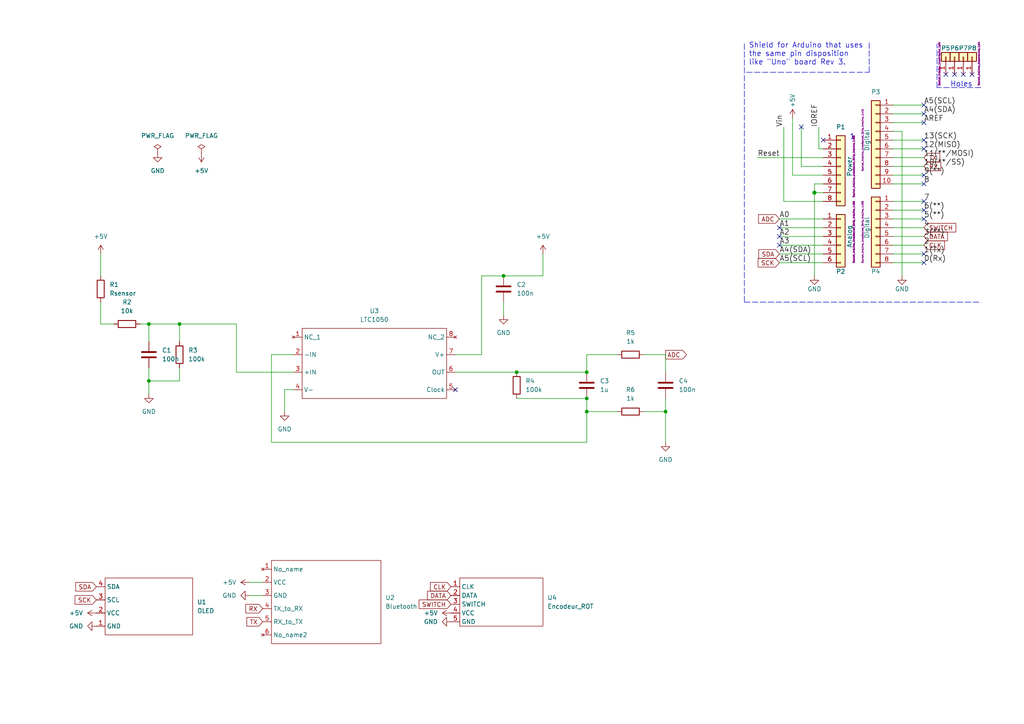
<source format=kicad_sch>
(kicad_sch (version 20211123) (generator eeschema)
  (paper "A4")
  (title_block (date "lun. 30 mars 2015"))
  (lib_symbols
    (symbol "Bluetooth_1"
      (property "Reference" "U" (at 5.08 1.27 0))
      (property "Value" "Bluetooth_1" (at -2.54 1.27 0))
      (symbol "Bluetooth_1_0_1"
        (rectangle (start -16.51 0) (end 15.24 -24.13))
      )
      (symbol "Bluetooth_1_1_1"
        (pin no_connect line (at -19.05 -2.54 0) (length 2.54) (name "No_name") (number "1"))
        (pin input line (at -19.05 -6.35 0) (length 2.54) (name "VCC") (number "2"))
        (pin unspecified line (at -19.05 -10.16 0) (length 2.54) (name "GND") (number "3"))
        (pin input line (at -19.05 -13.97 0) (length 2.54) (name "TX_to_RX") (number "4"))
        (pin input line (at -19.05 -17.78 0) (length 2.54) (name "RX_to_TX") (number "5"))
        (pin no_connect line (at -19.05 -21.59 0) (length 2.54) (name "No_name2") (number "6"))
      )
    )
    (symbol "Connector_Generic:Conn_01x01" (pin_names (offset 1.016) hide)
      (property "Reference" "J" (at 0 2.54 0))
      (property "Value" "Conn_01x01" (at 0 -2.54 0))
      (symbol "Conn_01x01_1_1"
        (rectangle (start -1.27 0.127) (end 0 -0.127) (stroke (width 0.1524)))
        (rectangle (start -1.27 1.27) (end 1.27 -1.27) (stroke (width 0.254)) (fill (type background)))
        (pin passive line (at -5.08 0 0) (length 3.81) (name "Pin_1") (number "1"))
      )
    )
    (symbol "Connector_Generic:Conn_01x06" (pin_names (offset 1.016) hide)
      (property "Reference" "J" (at 0 7.62 0))
      (property "Value" "Conn_01x06" (at 0 -10.16 0))
      (symbol "Conn_01x06_1_1"
        (rectangle (start -1.27 -7.493) (end 0 -7.747) (stroke (width 0.1524)))
        (rectangle (start -1.27 -4.953) (end 0 -5.207) (stroke (width 0.1524)))
        (rectangle (start -1.27 -2.413) (end 0 -2.667) (stroke (width 0.1524)))
        (rectangle (start -1.27 0.127) (end 0 -0.127) (stroke (width 0.1524)))
        (rectangle (start -1.27 2.667) (end 0 2.413) (stroke (width 0.1524)))
        (rectangle (start -1.27 5.207) (end 0 4.953) (stroke (width 0.1524)))
        (rectangle (start -1.27 6.35) (end 1.27 -8.89) (stroke (width 0.254)) (fill (type background)))
        (pin passive line (at -5.08 5.08 0) (length 3.81) (name "Pin_1") (number "1"))
        (pin passive line (at -5.08 2.54 0) (length 3.81) (name "Pin_2") (number "2"))
        (pin passive line (at -5.08 0 0) (length 3.81) (name "Pin_3") (number "3"))
        (pin passive line (at -5.08 -2.54 0) (length 3.81) (name "Pin_4") (number "4"))
        (pin passive line (at -5.08 -5.08 0) (length 3.81) (name "Pin_5") (number "5"))
        (pin passive line (at -5.08 -7.62 0) (length 3.81) (name "Pin_6") (number "6"))
      )
    )
    (symbol "Connector_Generic:Conn_01x08" (pin_names (offset 1.016) hide)
      (property "Reference" "J" (at 0 10.16 0))
      (property "Value" "Conn_01x08" (at 0 -12.7 0))
      (symbol "Conn_01x08_1_1"
        (rectangle (start -1.27 -10.033) (end 0 -10.287) (stroke (width 0.1524)))
        (rectangle (start -1.27 -7.493) (end 0 -7.747) (stroke (width 0.1524)))
        (rectangle (start -1.27 -4.953) (end 0 -5.207) (stroke (width 0.1524)))
        (rectangle (start -1.27 -2.413) (end 0 -2.667) (stroke (width 0.1524)))
        (rectangle (start -1.27 0.127) (end 0 -0.127) (stroke (width 0.1524)))
        (rectangle (start -1.27 2.667) (end 0 2.413) (stroke (width 0.1524)))
        (rectangle (start -1.27 5.207) (end 0 4.953) (stroke (width 0.1524)))
        (rectangle (start -1.27 7.747) (end 0 7.493) (stroke (width 0.1524)))
        (rectangle (start -1.27 8.89) (end 1.27 -11.43) (stroke (width 0.254)) (fill (type background)))
        (pin passive line (at -5.08 7.62 0) (length 3.81) (name "Pin_1") (number "1"))
        (pin passive line (at -5.08 5.08 0) (length 3.81) (name "Pin_2") (number "2"))
        (pin passive line (at -5.08 2.54 0) (length 3.81) (name "Pin_3") (number "3"))
        (pin passive line (at -5.08 0 0) (length 3.81) (name "Pin_4") (number "4"))
        (pin passive line (at -5.08 -2.54 0) (length 3.81) (name "Pin_5") (number "5"))
        (pin passive line (at -5.08 -5.08 0) (length 3.81) (name "Pin_6") (number "6"))
        (pin passive line (at -5.08 -7.62 0) (length 3.81) (name "Pin_7") (number "7"))
        (pin passive line (at -5.08 -10.16 0) (length 3.81) (name "Pin_8") (number "8"))
      )
    )
    (symbol "Connector_Generic:Conn_01x10" (pin_names (offset 1.016) hide)
      (property "Reference" "J" (at 0 12.7 0))
      (property "Value" "Conn_01x10" (at 0 -15.24 0))
      (symbol "Conn_01x10_1_1"
        (rectangle (start -1.27 -12.573) (end 0 -12.827) (stroke (width 0.1524)))
        (rectangle (start -1.27 -10.033) (end 0 -10.287) (stroke (width 0.1524)))
        (rectangle (start -1.27 -7.493) (end 0 -7.747) (stroke (width 0.1524)))
        (rectangle (start -1.27 -4.953) (end 0 -5.207) (stroke (width 0.1524)))
        (rectangle (start -1.27 -2.413) (end 0 -2.667) (stroke (width 0.1524)))
        (rectangle (start -1.27 0.127) (end 0 -0.127) (stroke (width 0.1524)))
        (rectangle (start -1.27 2.667) (end 0 2.413) (stroke (width 0.1524)))
        (rectangle (start -1.27 5.207) (end 0 4.953) (stroke (width 0.1524)))
        (rectangle (start -1.27 7.747) (end 0 7.493) (stroke (width 0.1524)))
        (rectangle (start -1.27 10.287) (end 0 10.033) (stroke (width 0.1524)))
        (rectangle (start -1.27 11.43) (end 1.27 -13.97) (stroke (width 0.254)) (fill (type background)))
        (pin passive line (at -5.08 10.16 0) (length 3.81) (name "Pin_1") (number "1"))
        (pin passive line (at -5.08 -12.7 0) (length 3.81) (name "Pin_10") (number "10"))
        (pin passive line (at -5.08 7.62 0) (length 3.81) (name "Pin_2") (number "2"))
        (pin passive line (at -5.08 5.08 0) (length 3.81) (name "Pin_3") (number "3"))
        (pin passive line (at -5.08 2.54 0) (length 3.81) (name "Pin_4") (number "4"))
        (pin passive line (at -5.08 0 0) (length 3.81) (name "Pin_5") (number "5"))
        (pin passive line (at -5.08 -2.54 0) (length 3.81) (name "Pin_6") (number "6"))
        (pin passive line (at -5.08 -5.08 0) (length 3.81) (name "Pin_7") (number "7"))
        (pin passive line (at -5.08 -7.62 0) (length 3.81) (name "Pin_8") (number "8"))
        (pin passive line (at -5.08 -10.16 0) (length 3.81) (name "Pin_9") (number "9"))
      )
    )
    (symbol "Device:C" (pin_numbers hide) (pin_names (offset 0.254))
      (property "Reference" "C" (at 0.635 2.54 0))
      (property "Value" "C" (at 0.635 -2.54 0))
      (symbol "C_0_1"
        (polyline (pts (xy -2.032 -0.762) (xy 2.032 -0.762)) (stroke (width 0.508)))
        (polyline (pts (xy -2.032 0.762) (xy 2.032 0.762)) (stroke (width 0.508)))
      )
      (symbol "C_1_1"
        (pin passive line (at 0 3.81 270) (length 2.794) (name "~") (number "1"))
        (pin passive line (at 0 -3.81 90) (length 2.794) (name "~") (number "2"))
      )
    )
    (symbol "Device:R" (pin_numbers hide) (pin_names (offset 0))
      (property "Reference" "R" (at 2.032 0 90))
      (property "Value" "R" (at 0 0 90))
      (symbol "R_0_1"
        (rectangle (start -1.016 -2.54) (end 1.016 2.54) (stroke (width 0.254)))
      )
      (symbol "R_1_1"
        (pin passive line (at 0 3.81 270) (length 1.27) (name "~") (number "1"))
        (pin passive line (at 0 -3.81 90) (length 1.27) (name "~") (number "2"))
      )
    )
    (symbol "LTC1050_1"
      (property "Reference" "U" (at 0 0 0))
      (property "Value" "LTC1050_1" (at 0 0 0))
      (symbol "LTC1050_1_0_1"
        (rectangle (start -13.97 -3.81) (end 27.94 -24.13))
      )
      (symbol "LTC1050_1_1_1"
        (pin no_connect line (at -16.51 -6.35 0) (length 2.54) (name "NC_1") (number "1"))
        (pin input line (at -16.51 -11.43 0) (length 2.54) (name "-IN") (number "2"))
        (pin input line (at -16.51 -16.51 0) (length 2.54) (name "+IN") (number "3"))
        (pin unspecified line (at -16.51 -21.59 0) (length 2.54) (name "V-") (number "4"))
        (pin no_connect line (at 30.48 -21.59 180) (length 2.54) (name "Clock") (number "5"))
        (pin output line (at 30.48 -16.51 180) (length 2.54) (name "OUT") (number "6"))
        (pin input line (at 30.48 -11.43 180) (length 2.54) (name "V+") (number "7"))
        (pin no_connect line (at 30.48 -6.35 180) (length 2.54) (name "NC_2") (number "8"))
      )
    )
    (symbol "OLED_1"
      (property "Reference" "U" (at 2.54 -3.81 0))
      (property "Value" "OLED_1" (at 10.16 -3.81 0))
      (symbol "OLED_1_0_1"
        (rectangle (start -5.08 -6.35) (end 20.32 -22.86))
      )
      (symbol "OLED_1_1_1"
        (pin unspecified line (at -7.62 -20.32 0) (length 2.54) (name "GND") (number "1"))
        (pin input line (at -7.62 -16.51 0) (length 2.54) (name "VCC") (number "2"))
        (pin input line (at -7.62 -12.7 0) (length 2.54) (name "SCL") (number "3"))
        (pin input line (at -7.62 -8.89 0) (length 2.54) (name "SDA") (number "4"))
      )
    )
    (symbol "Rotatoir:Encodeur_ROT"
      (property "Reference" "U" (at 0 0 0))
      (property "Value" "Encodeur_ROT" (at 0 2.54 0))
      (symbol "Encodeur_ROT_0_1"
        (rectangle (start -11.43 -1.27) (end -11.43 -1.27))
        (rectangle (start -11.43 -1.27) (end 12.7 -15.24))
      )
      (symbol "Encodeur_ROT_1_1"
        (pin input line (at -13.97 -3.81 0) (length 2.54) (name "CLK") (number "1"))
        (pin input line (at -13.97 -6.35 0) (length 2.54) (name "DATA") (number "2"))
        (pin input line (at -13.97 -8.89 0) (length 2.54) (name "SWITCH") (number "3"))
        (pin input line (at -13.97 -11.43 0) (length 2.54) (name "VCC") (number "4"))
        (pin unspecified line (at -13.97 -13.97 0) (length 2.54) (name "GND") (number "5"))
      )
    )
    (symbol "power:+5V" (power) (pin_names (offset 0))
      (property "Value" "+5V" (at 0 3.556 0))
      (symbol "+5V_0_1"
        (polyline (pts (xy -0.762 1.27) (xy 0 2.54)))
        (polyline (pts (xy 0 0) (xy 0 2.54)))
        (polyline (pts (xy 0 2.54) (xy 0.762 1.27)))
      )
      (symbol "+5V_1_1"
        (pin power_in line (at 0 0 90) (length 0) hide (name "+5V") (number "1"))
      )
    )
    (symbol "power:GND" (power) (pin_names (offset 0))
      (property "Value" "GND" (at 0 -3.81 0))
      (symbol "GND_0_1"
        (polyline (pts (xy 0 0) (xy 0 -1.27) (xy 1.27 -1.27) (xy 0 -2.54) (xy -1.27 -1.27) (xy 0 -1.27)))
      )
      (symbol "GND_1_1"
        (pin power_in line (at 0 0 270) (length 0) hide (name "GND") (number "1"))
      )
    )
    (symbol "power:PWR_FLAG" (power) (pin_numbers hide) (pin_names (offset 0) hide)
      (property "Value" "PWR_FLAG" (at 0 3.81 0))
      (symbol "PWR_FLAG_0_0"
        (pin power_out line (at 0 0 90) (length 0) (name "pwr") (number "1"))
      )
      (symbol "PWR_FLAG_0_1"
        (polyline (pts (xy 0 0) (xy 0 1.27) (xy -1.016 1.905) (xy 0 2.54) (xy 1.016 1.905) (xy 0 1.27)))
      )
    )
  )
  (junction (at 193.04 119.38))
  (junction (at 52.07 93.98))
  (junction (at 149.86 107.95))
  (junction (at 170.18 119.38))
  (junction (at 236.22 55.88) (diameter 1.016))
  (junction (at 170.18 107.95))
  (junction (at 146.05 80.01))
  (junction (at 170.18 115.57))
  (junction (at 43.18 93.98))
  (junction (at 43.18 110.49))
  (no_connect (at 279.4 21.59))
  (no_connect (at 274.32 21.59))
  (no_connect (at 132.08 113.03))
  (no_connect (at 276.86 21.59))
  (no_connect (at 281.94 21.59))
  (no_connect (at 238.76 40.64))
  (no_connect (at 267.97 63.5))
  (no_connect (at 232.41 36.83))
  (no_connect (at 226.06 71.12))
  (no_connect (at 226.06 68.58))
  (no_connect (at 226.06 66.04))
  (no_connect (at 267.97 30.48))
  (no_connect (at 267.97 43.18))
  (no_connect (at 267.97 33.02))
  (no_connect (at 267.97 35.56))
  (no_connect (at 267.97 40.64))
  (no_connect (at 267.97 50.8))
  (no_connect (at 267.97 60.96))
  (no_connect (at 267.97 76.2))
  (no_connect (at 267.97 73.66))
  (no_connect (at 267.97 58.42))
  (no_connect (at 267.97 53.34))
  (wire (pts (xy 72.39 168.91) (xy 76.2 168.91)))
  (wire (pts (xy 186.69 102.87) (xy 193.04 102.87)))
  (wire (pts (xy 193.04 119.38) (xy 193.04 128.27)))
  (wire (pts (xy 238.76 48.26) (xy 232.41 48.26)))
  (wire (pts (xy 238.76 71.12) (xy 226.06 71.12)))
  (wire (pts (xy 52.07 93.98) (xy 68.58 93.98)))
  (polyline (pts (xy 252.095 20.955) (xy 252.095 12.065)) (stroke (width 0) (type dash)))
  (wire (pts (xy 78.74 128.27) (xy 78.74 102.87)))
  (wire (pts (xy 132.08 102.87) (xy 139.7 102.87)))
  (wire (pts (xy 259.08 63.5) (xy 267.97 63.5)))
  (wire (pts (xy 179.07 119.38) (xy 170.18 119.38)))
  (wire (pts (xy 29.21 87.63) (xy 29.21 93.98)))
  (wire (pts (xy 82.55 113.03) (xy 82.55 119.38)))
  (wire (pts (xy 193.04 119.38) (xy 193.04 115.57)))
  (wire (pts (xy 236.22 53.34) (xy 236.22 55.88)))
  (wire (pts (xy 139.7 102.87) (xy 139.7 80.01)))
  (wire (pts (xy 259.08 43.18) (xy 267.97 43.18)))
  (wire (pts (xy 72.39 172.72) (xy 76.2 172.72)))
  (wire (pts (xy 261.62 38.1) (xy 261.62 80.01)))
  (wire (pts (xy 238.76 53.34) (xy 236.22 53.34)))
  (wire (pts (xy 259.08 53.34) (xy 267.97 53.34)))
  (wire (pts (xy 237.49 43.18) (xy 238.76 43.18)))
  (wire (pts (xy 238.76 50.8) (xy 229.87 50.8)))
  (wire (pts (xy 43.18 93.98) (xy 52.07 93.98)))
  (wire (pts (xy 33.02 93.98) (xy 29.21 93.98)))
  (wire (pts (xy 259.08 40.64) (xy 267.97 40.64)))
  (wire (pts (xy 170.18 128.27) (xy 78.74 128.27)))
  (wire (pts (xy 259.08 58.42) (xy 267.97 58.42)))
  (wire (pts (xy 238.76 66.04) (xy 226.06 66.04)))
  (wire (pts (xy 43.18 106.68) (xy 43.18 110.49)))
  (wire (pts (xy 259.08 30.48) (xy 267.97 30.48)))
  (wire (pts (xy 149.86 115.57) (xy 170.18 115.57)))
  (wire (pts (xy 170.18 119.38) (xy 170.18 128.27)))
  (wire (pts (xy 43.18 93.98) (xy 43.18 99.06)))
  (wire (pts (xy 78.74 102.87) (xy 85.09 102.87)))
  (wire (pts (xy 149.86 107.95) (xy 170.18 107.95)))
  (wire (pts (xy 259.08 71.12) (xy 267.97 71.12)))
  (wire (pts (xy 85.09 113.03) (xy 82.55 113.03)))
  (wire (pts (xy 170.18 119.38) (xy 170.18 115.57)))
  (wire (pts (xy 238.76 58.42) (xy 227.33 58.42)))
  (wire (pts (xy 146.05 87.63) (xy 146.05 91.44)))
  (wire (pts (xy 85.09 107.95) (xy 68.58 107.95)))
  (wire (pts (xy 193.04 102.87) (xy 193.04 107.95)))
  (wire (pts (xy 238.76 63.5) (xy 226.06 63.5)))
  (wire (pts (xy 132.08 107.95) (xy 149.86 107.95)))
  (wire (pts (xy 259.08 45.72) (xy 267.97 45.72)))
  (wire (pts (xy 238.76 73.66) (xy 226.06 73.66)))
  (polyline (pts (xy 284.48 25.4) (xy 271.78 25.4)) (stroke (width 0) (type dash)))
  (wire (pts (xy 238.76 45.72) (xy 219.71 45.72)))
  (wire (pts (xy 259.08 38.1) (xy 261.62 38.1)))
  (wire (pts (xy 238.76 55.88) (xy 236.22 55.88)))
  (wire (pts (xy 52.07 106.68) (xy 52.07 110.49)))
  (wire (pts (xy 259.08 50.8) (xy 267.97 50.8)))
  (wire (pts (xy 179.07 102.87) (xy 170.18 102.87)))
  (wire (pts (xy 236.22 55.88) (xy 236.22 80.01)))
  (wire (pts (xy 227.33 58.42) (xy 227.33 36.83)))
  (polyline (pts (xy 215.9 87.63) (xy 284.48 87.63)) (stroke (width 0) (type dash)))
  (wire (pts (xy 259.08 68.58) (xy 267.97 68.58)))
  (wire (pts (xy 238.76 76.2) (xy 226.06 76.2)))
  (wire (pts (xy 146.05 80.01) (xy 157.48 80.01)))
  (wire (pts (xy 170.18 102.87) (xy 170.18 107.95)))
  (wire (pts (xy 259.08 73.66) (xy 267.97 73.66)))
  (polyline (pts (xy 271.78 25.4) (xy 271.78 12.7)) (stroke (width 0) (type dash)))
  (wire (pts (xy 52.07 93.98) (xy 52.07 99.06)))
  (wire (pts (xy 259.08 60.96) (xy 267.97 60.96)))
  (wire (pts (xy 29.21 73.66) (xy 29.21 80.01)))
  (wire (pts (xy 229.87 50.8) (xy 229.87 34.29)))
  (wire (pts (xy 259.08 33.02) (xy 267.97 33.02)))
  (wire (pts (xy 186.69 119.38) (xy 193.04 119.38)))
  (wire (pts (xy 259.08 66.04) (xy 267.97 66.04)))
  (wire (pts (xy 259.08 35.56) (xy 267.97 35.56)))
  (wire (pts (xy 157.48 73.66) (xy 157.48 80.01)))
  (polyline (pts (xy 215.9 12.7) (xy 215.9 87.63)) (stroke (width 0) (type dash)))
  (wire (pts (xy 43.18 110.49) (xy 43.18 114.3)))
  (wire (pts (xy 43.18 110.49) (xy 52.07 110.49)))
  (wire (pts (xy 232.41 48.26) (xy 232.41 36.83)))
  (wire (pts (xy 237.49 36.83) (xy 237.49 43.18)))
  (wire (pts (xy 139.7 80.01) (xy 146.05 80.01)))
  (wire (pts (xy 259.08 76.2) (xy 267.97 76.2)))
  (wire (pts (xy 259.08 48.26) (xy 267.97 48.26)))
  (wire (pts (xy 68.58 107.95) (xy 68.58 93.98)))
  (wire (pts (xy 40.64 93.98) (xy 43.18 93.98)))
  (wire (pts (xy 238.76 68.58) (xy 226.06 68.58)))
  (polyline (pts (xy 216.535 20.955) (xy 252.095 20.955)) (stroke (width 0) (type dash)))
  (text "Holes" (at 275.59 25.4 0) (effects (font (size 1.524 1.524)) (justify left bottom)))
  (text "Shield for Arduino that uses\nthe same pin disposition\nlike \"Uno\" board Rev 3." (at 217.17 19.05 0) (effects (font (size 1.524 1.524)) (justify left bottom)))
  (text "1" (at 246.38 40.64 0) (effects (font (size 1.524 1.524)) (justify left bottom)))
  (label "Vin" (at 227.33 36.83 90) (effects (font (size 1.524 1.524))))
  (label "0(Rx)" (at 267.97 76.2 0) (effects (font (size 1.524 1.524))))
  (label "A4(SDA)" (at 226.06 73.66 0) (effects (font (size 1.524 1.524))))
  (label "4" (at 267.97 66.04 0) (effects (font (size 1.524 1.524))))
  (label "5(**)" (at 267.97 63.5 0) (effects (font (size 1.524 1.524))))
  (label "A2" (at 226.06 68.58 0) (effects (font (size 1.524 1.524))))
  (label "A5(SCL)" (at 226.06 76.2 0) (effects (font (size 1.524 1.524))))
  (label "A0" (at 226.06 63.5 0) (effects (font (size 1.524 1.524))))
  (label "A1" (at 226.06 66.04 0) (effects (font (size 1.524 1.524))))
  (label "10(**/SS)" (at 267.97 48.26 0) (effects (font (size 1.524 1.524))))
  (label "13(SCK)" (at 267.97 40.64 0) (effects (font (size 1.524 1.524))))
  (label "7" (at 267.97 58.42 0) (effects (font (size 1.524 1.524))))
  (label "A4(SDA)" (at 267.97 33.02 0) (effects (font (size 1.524 1.524))))
  (label "A3" (at 226.06 71.12 0) (effects (font (size 1.524 1.524))))
  (label "Reset" (at 219.71 45.72 0) (effects (font (size 1.524 1.524))))
  (label "2" (at 267.97 71.12 0) (effects (font (size 1.524 1.524))))
  (label "12(MISO)" (at 267.97 43.18 0) (effects (font (size 1.524 1.524))))
  (label "3(**)" (at 267.97 68.58 0) (effects (font (size 1.524 1.524))))
  (label "9(**)" (at 267.97 50.8 0) (effects (font (size 1.524 1.524))))
  (label "8" (at 267.97 53.34 0) (effects (font (size 1.524 1.524))))
  (label "A5(SCL)" (at 267.97 30.48 0) (effects (font (size 1.524 1.524))))
  (label "IOREF" (at 237.49 36.83 90) (effects (font (size 1.524 1.524))))
  (label "AREF" (at 267.97 35.56 0) (effects (font (size 1.524 1.524))))
  (label "11(**/MOSI)" (at 267.97 45.72 0) (effects (font (size 1.524 1.524))))
  (label "1(Tx)" (at 267.97 73.66 0) (effects (font (size 1.524 1.524))))
  (label "6(**)" (at 267.97 60.96 0) (effects (font (size 1.524 1.524))))
  (global_label "RX" (shape input) (at 76.2 176.53 180) (property "Intersheet References" "${INTERSHEET_REFS}" (effects hide)))
  (global_label "SWITCH" (shape input) (at 130.81 175.26 180) (property "Intersheet References" "${INTERSHEET_REFS}" (effects hide)))
  (global_label "SDA" (shape input) (at 27.94 170.18 180) (property "Intersheet References" "${INTERSHEET_REFS}" (effects hide)))
  (global_label "CLK" (shape input) (at 130.81 170.18 180) (property "Intersheet References" "${INTERSHEET_REFS}" (effects hide)))
  (global_label "SCK" (shape input) (at 27.94 173.99 180) (property "Intersheet References" "${INTERSHEET_REFS}" (effects hide)))
  (global_label "SCK" (shape input) (at 226.06 76.2 180) (property "Intersheet References" "${INTERSHEET_REFS}" (effects hide)))
  (global_label "TX" (shape input) (at 267.97 45.72 0) (property "Intersheet References" "${INTERSHEET_REFS}" (effects hide)))
  (global_label "ADC" (shape input) (at 226.06 63.5 180) (property "Intersheet References" "${INTERSHEET_REFS}" (effects hide)))
  (global_label "CLK" (shape input) (at 267.97 71.12 0) (property "Intersheet References" "${INTERSHEET_REFS}" (effects hide)))
  (global_label "SDA" (shape input) (at 226.06 73.66 180) (property "Intersheet References" "${INTERSHEET_REFS}" (effects hide)))
  (global_label "RX" (shape input) (at 267.97 48.26 0) (property "Intersheet References" "${INTERSHEET_REFS}" (effects hide)))
  (global_label "DATA" (shape input) (at 130.81 172.72 180) (property "Intersheet References" "${INTERSHEET_REFS}" (effects hide)))
  (global_label "ADC" (shape output) (at 193.04 102.87 0) (property "Intersheet References" "${INTERSHEET_REFS}" (effects hide)))
  (global_label "TX" (shape input) (at 76.2 180.34 180) (property "Intersheet References" "${INTERSHEET_REFS}" (effects hide)))
  (global_label "DATA" (shape input) (at 267.97 68.58 0) (property "Intersheet References" "${INTERSHEET_REFS}" (effects hide)))
  (global_label "SWITCH" (shape input) (at 267.97 66.04 0) (property "Intersheet References" "${INTERSHEET_REFS}" (effects hide)))
  (symbol (lib_id "Connector_Generic:Conn_01x08") (at 243.84 48.26 0) (unit 1)
    (property "Reference" "P1" (at 243.84 36.83 0))
    (property "Value" "Power" (at 246.38 48.26 90))
    (property "Footprint" "Socket_Arduino_Uno:Socket_Strip_Arduino_1x08" (at 247.65 48.26 90) (effects (font (size 0.508 0.508))))
  )
  (symbol (lib_id "power:+5V") (at 229.87 34.29 0) (unit 1)
    (property "Reference" "#PWR02" (effects hide))
    (property "Value" "+5V" (at 229.87 29.21 90))
  )
  (symbol (lib_id "power:GND") (at 236.22 80.01 0) (unit 1)
    (property "Reference" "#PWR03" (effects hide))
    (property "Value" "GND" (at 236.22 83.82 0))
  )
  (symbol (lib_id "power:GND") (at 261.62 80.01 0) (unit 1)
    (property "Reference" "#PWR04" (effects hide))
    (property "Value" "GND" (at 261.62 83.82 0))
  )
  (symbol (lib_id "Connector_Generic:Conn_01x06") (at 243.84 68.58 0) (unit 1)
    (property "Reference" "P2" (at 243.84 78.74 0))
    (property "Value" "Analog" (at 246.38 68.58 90))
    (property "Footprint" "Socket_Arduino_Uno:Socket_Strip_Arduino_1x06" (at 247.65 67.31 90) (effects (font (size 0.508 0.508))))
  )
  (symbol (lib_id "Connector_Generic:Conn_01x01") (at 274.32 16.51 90) (unit 1)
    (property "Reference" "P5" (at 274.32 13.97 90))
    (property "Value" "CONN_01X01" (effects hide))
    (property "Footprint" "Socket_Arduino_Uno:Arduino_1pin" (at 272.4404 18.5166 0) (effects (font (size 0.508 0.508))))
  )
  (symbol (lib_id "Connector_Generic:Conn_01x01") (at 276.86 16.51 90) (unit 1)
    (property "Reference" "P6" (at 276.86 13.97 90))
    (property "Value" "CONN_01X01" (effects hide))
    (property "Footprint" "Socket_Arduino_Uno:Arduino_1pin" (effects hide))
  )
  (symbol (lib_id "Connector_Generic:Conn_01x01") (at 279.4 16.51 90) (unit 1)
    (property "Reference" "P7" (at 279.4 13.97 90))
    (property "Value" "CONN_01X01" (effects hide))
    (property "Footprint" "Socket_Arduino_Uno:Arduino_1pin" (effects hide))
  )
  (symbol (lib_id "Connector_Generic:Conn_01x01") (at 281.94 16.51 90) (unit 1)
    (property "Reference" "P8" (at 281.94 13.97 90))
    (property "Value" "CONN_01X01" (effects hide))
    (property "Footprint" "Socket_Arduino_Uno:Arduino_1pin" (at 283.9212 18.4404 0) (effects (font (size 0.508 0.508))))
  )
  (symbol (lib_id "Connector_Generic:Conn_01x08") (at 254 66.04 0) (mirror y) (unit 1)
    (property "Reference" "P4" (at 254 78.74 0))
    (property "Value" "Digital" (at 251.46 66.04 90))
    (property "Footprint" "Socket_Arduino_Uno:Socket_Strip_Arduino_1x08" (at 250.19 67.31 90) (effects (font (size 0.508 0.508))))
  )
  (symbol (lib_id "Connector_Generic:Conn_01x10") (at 254 40.64 0) (mirror y) (unit 1)
    (property "Reference" "P3" (at 254 26.67 0))
    (property "Value" "Digital" (at 251.46 40.64 90))
    (property "Footprint" "Socket_Arduino_Uno:Socket_Strip_Arduino_1x10" (at 250.19 40.64 90) (effects (font (size 0.508 0.508))))
  )
  (symbol (lib_id "Device:C") (at 146.05 83.82 0) (unit 1)
    (property "Reference" "C2" (at 149.86 82.5499 0) (effects (justify left)))
    (property "Value" "100n" (at 149.86 85.0899 0) (effects (justify left)))
    (property "Footprint" "Capacitor_THT:C_Disc_D7.5mm_W5.0mm_P5.00mm" (effects hide))
  )
  (symbol (lib_id "Device:R") (at 29.21 83.82 0) (unit 1)
    (property "Reference" "R1" (at 31.75 82.5499 0) (effects (justify left)))
    (property "Value" "Rsensor" (at 31.75 85.0899 0) (effects (justify left)))
    (property "Footprint" "Resistor_THT:R_Axial_DIN0204_L3.6mm_D1.6mm_P7.62mm_Horizontal" (effects hide))
  )
  (symbol (lib_id "power:+5V") (at 29.21 73.66 0) (unit 1)
    (property "Reference" "#PWR07" (effects hide))
    (property "Value" "+5V" (at 29.21 68.58 0))
  )
  (symbol (lib_id "Device:C") (at 170.18 111.76 0) (unit 1)
    (property "Reference" "C3" (at 173.99 110.4899 0) (effects (justify left)))
    (property "Value" "1u" (at 173.99 113.0299 0) (effects (justify left)))
    (property "Footprint" "Capacitor_THT:C_Disc_D7.5mm_W5.0mm_P5.00mm" (effects hide))
  )
  (symbol (lib_id "power:+5V") (at 27.94 177.8 90) (unit 1)
    (property "Reference" "#PWR05" (effects hide))
    (property "Value" "+5V" (at 24.13 177.7999 90) (effects (justify left)))
  )
  (symbol (lib_id "power:GND") (at 193.04 128.27 0) (unit 1)
    (property "Reference" "#PWR016" (effects hide))
    (property "Value" "GND" (at 193.04 133.35 0))
  )
  (symbol (lib_name "LTC1050_1") (lib_id "ShieldLibrairie:LTC1050") (at 101.6 91.44 0) (unit 1)
    (property "Reference" "U3" (at 108.585 90.17 0))
    (property "Value" "LTC1050" (at 108.585 92.71 0))
    (property "Footprint" "Shield_Mosh:LTC1050" (effects hide))
  )
  (symbol (lib_id "power:GND") (at 43.18 114.3 0) (unit 1)
    (property "Reference" "#PWR08" (effects hide))
    (property "Value" "GND" (at 43.18 119.38 0))
  )
  (symbol (lib_id "power:GND") (at 146.05 91.44 0) (unit 1)
    (property "Reference" "#PWR014" (effects hide))
    (property "Value" "GND" (at 146.05 96.52 0))
  )
  (symbol (lib_id "power:+5V") (at 72.39 168.91 90) (unit 1)
    (property "Reference" "#PWR09" (effects hide))
    (property "Value" "+5V" (at 68.58 168.9099 90) (effects (justify left)))
  )
  (symbol (lib_id "power:GND") (at 72.39 172.72 270) (unit 1)
    (property "Reference" "#PWR010" (effects hide))
    (property "Value" "GND" (at 68.58 172.7199 90) (effects (justify right)))
  )
  (symbol (lib_id "Device:C") (at 43.18 102.87 0) (unit 1)
    (property "Reference" "C1" (at 46.99 101.5999 0) (effects (justify left)))
    (property "Value" "100n" (at 46.99 104.1399 0) (effects (justify left)))
    (property "Footprint" "Capacitor_THT:C_Disc_D7.5mm_W5.0mm_P5.00mm" (effects hide))
  )
  (symbol (lib_id "power:GND") (at 27.94 181.61 270) (unit 1)
    (property "Reference" "#PWR0102" (effects hide))
    (property "Value" "GND" (at 24.13 181.6099 90) (effects (justify right)))
  )
  (symbol (lib_id "power:GND") (at 82.55 119.38 0) (unit 1)
    (property "Reference" "#PWR011" (effects hide))
    (property "Value" "GND" (at 82.55 124.46 0))
  )
  (symbol (lib_id "Device:R") (at 149.86 111.76 0) (unit 1)
    (property "Reference" "R4" (at 152.4 110.4899 0) (effects (justify left)))
    (property "Value" "100k" (at 152.4 113.0299 0) (effects (justify left)))
    (property "Footprint" "Resistor_THT:R_Axial_DIN0204_L3.6mm_D1.6mm_P7.62mm_Horizontal" (effects hide))
  )
  (symbol (lib_id "power:+5V") (at 157.48 73.66 0) (unit 1)
    (property "Reference" "#PWR015" (effects hide))
    (property "Value" "+5V" (at 157.48 68.58 0))
  )
  (symbol (lib_id "Device:R") (at 52.07 102.87 0) (unit 1)
    (property "Reference" "R3" (at 54.61 101.5999 0) (effects (justify left)))
    (property "Value" "100k" (at 54.61 104.1399 0) (effects (justify left)))
    (property "Footprint" "Resistor_THT:R_Axial_DIN0204_L3.6mm_D1.6mm_P7.62mm_Horizontal" (effects hide))
  )
  (symbol (lib_id "Device:R") (at 182.88 102.87 90) (unit 1)
    (property "Reference" "R5" (at 182.88 96.52 90))
    (property "Value" "1k" (at 182.88 99.06 90))
    (property "Footprint" "Resistor_THT:R_Axial_DIN0204_L3.6mm_D1.6mm_P7.62mm_Horizontal" (effects hide))
  )
  (symbol (lib_id "power:PWR_FLAG") (at 58.42 44.45 0) (unit 1)
    (property "Reference" "#FLG0102" (effects hide))
    (property "Value" "PWR_FLAG" (at 58.42 39.37 0))
  )
  (symbol (lib_id "power:+5V") (at 130.81 177.8 90) (unit 1)
    (property "Reference" "#PWR012" (effects hide))
    (property "Value" "+5V" (at 127 177.7999 90) (effects (justify left)))
  )
  (symbol (lib_id "Device:R") (at 182.88 119.38 90) (unit 1)
    (property "Reference" "R6" (at 182.88 113.03 90))
    (property "Value" "1k" (at 182.88 115.57 90))
    (property "Footprint" "Resistor_THT:R_Axial_DIN0204_L3.6mm_D1.6mm_P7.62mm_Horizontal" (effects hide))
  )
  (symbol (lib_id "power:GND") (at 130.81 180.34 270) (unit 1)
    (property "Reference" "#PWR0101" (effects hide))
    (property "Value" "GND" (at 127 180.3399 90) (effects (justify right)))
  )
  (symbol (lib_id "power:GND") (at 45.72 44.45 0) (unit 1)
    (property "Reference" "#PWR0103" (effects hide))
    (property "Value" "GND" (at 45.72 49.53 0))
  )
  (symbol (lib_id "Rotatoir:Encodeur_ROT") (at 144.78 166.37 0) (unit 1)
    (property "Reference" "U4" (at 158.75 173.3549 0) (effects (justify left)))
    (property "Value" "Encodeur_ROT" (at 158.75 175.8949 0) (effects (justify left)))
    (property "Footprint" "Shield_Mosh:Encodeur_ROT" (effects hide))
  )
  (symbol (lib_id "power:PWR_FLAG") (at 45.72 44.45 0) (unit 1)
    (property "Reference" "#FLG0101" (effects hide))
    (property "Value" "PWR_FLAG" (at 45.72 39.37 0))
  )
  (symbol (lib_id "Device:R") (at 36.83 93.98 90) (unit 1)
    (property "Reference" "R2" (at 36.83 87.63 90))
    (property "Value" "10k" (at 36.83 90.17 90))
    (property "Footprint" "Resistor_THT:R_Axial_DIN0204_L3.6mm_D1.6mm_P7.62mm_Horizontal" (effects hide))
  )
  (symbol (lib_name "OLED_1") (lib_id "OLED:OLED") (at 35.56 161.29 0) (unit 1)
    (property "Reference" "U1" (at 57.15 174.6249 0) (effects (justify left)))
    (property "Value" "OLED" (at 57.15 177.1649 0) (effects (justify left)))
    (property "Footprint" "Shield_Mosh:OLED" (effects hide))
  )
  (symbol (lib_name "Bluetooth_1") (lib_id "Bluetooth:Bluetooth") (at 95.25 162.56 0) (unit 1)
    (property "Reference" "U2" (at 111.76 173.3549 0) (effects (justify left)))
    (property "Value" "Bluetooth" (at 111.76 175.8949 0) (effects (justify left)))
    (property "Footprint" "Shield_Mosh:Bluetooth" (effects hide))
  )
  (symbol (lib_id "power:+5V") (at 58.42 44.45 180) (unit 1)
    (property "Reference" "#PWR0104" (effects hide))
    (property "Value" "+5V" (at 58.42 49.53 0))
  )
  (symbol (lib_id "Device:C") (at 193.04 111.76 0) (unit 1)
    (property "Reference" "C4" (at 196.85 110.4899 0) (effects (justify left)))
    (property "Value" "100n" (at 196.85 113.0299 0) (effects (justify left)))
    (property "Footprint" "Capacitor_THT:C_Disc_D7.5mm_W5.0mm_P5.00mm" (effects hide))
  )
)
</source>
